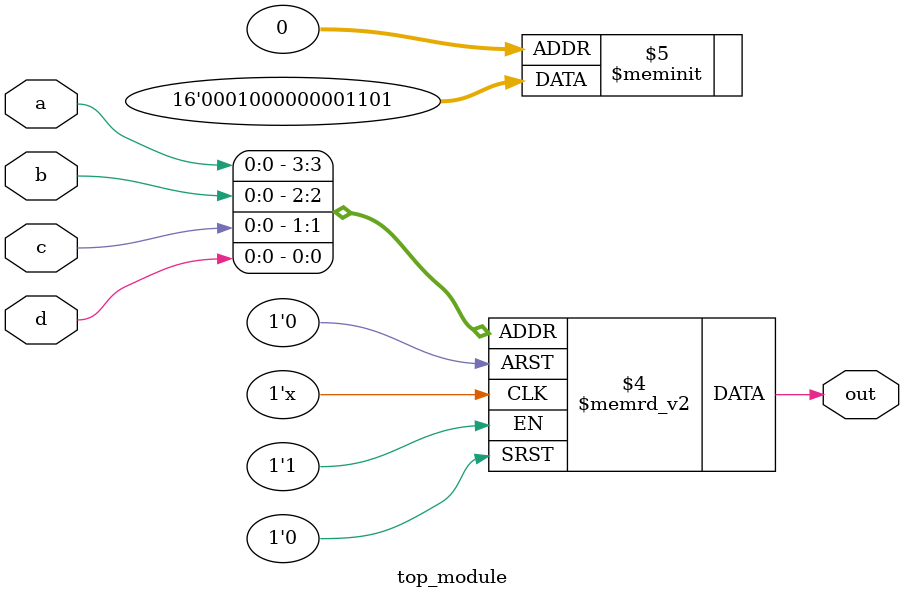
<source format=sv>
module top_module (
    input a, 
    input b,
    input c,
    input d,
    output reg out
);

always @(*)
begin
    case({a,b,c,d})
        4'b0000: out = 1'b1; 
        4'b0001: out = 1'b0; 
        4'b0010: out = 1'b1; 
        4'b0011: out = 1'b1;
        4'b0100: out = 1'b0;
        4'b0101: out = 1'b0;
        4'b0110: out = 1'b0;
        4'b0111: out = 1'b0;
        4'b1000: out = 1'b0;
        4'b1001: out = 1'b0;
        4'b1010: out = 1'b0;
        4'b1011: out = 1'b0;
        4'b1100: out = 1'b1;
        4'b1101: out = 1'b0;
        4'b1110: out = 1'b0;
        default: out = 1'b0;
    endcase
end

endmodule

</source>
